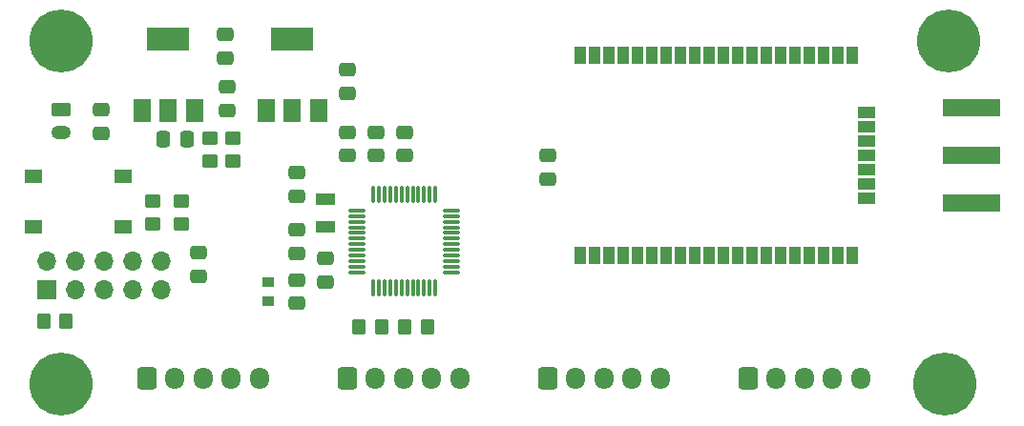
<source format=gts>
%TF.GenerationSoftware,KiCad,Pcbnew,(6.0.1)*%
%TF.CreationDate,2022-03-10T11:46:57+01:00*%
%TF.ProjectId,ci-poc-board,63692d70-6f63-42d6-926f-6172642e6b69,rev?*%
%TF.SameCoordinates,Original*%
%TF.FileFunction,Soldermask,Top*%
%TF.FilePolarity,Negative*%
%FSLAX46Y46*%
G04 Gerber Fmt 4.6, Leading zero omitted, Abs format (unit mm)*
G04 Created by KiCad (PCBNEW (6.0.1)) date 2022-03-10 11:46:57*
%MOMM*%
%LPD*%
G01*
G04 APERTURE LIST*
G04 Aperture macros list*
%AMRoundRect*
0 Rectangle with rounded corners*
0 $1 Rounding radius*
0 $2 $3 $4 $5 $6 $7 $8 $9 X,Y pos of 4 corners*
0 Add a 4 corners polygon primitive as box body*
4,1,4,$2,$3,$4,$5,$6,$7,$8,$9,$2,$3,0*
0 Add four circle primitives for the rounded corners*
1,1,$1+$1,$2,$3*
1,1,$1+$1,$4,$5*
1,1,$1+$1,$6,$7*
1,1,$1+$1,$8,$9*
0 Add four rect primitives between the rounded corners*
20,1,$1+$1,$2,$3,$4,$5,0*
20,1,$1+$1,$4,$5,$6,$7,0*
20,1,$1+$1,$6,$7,$8,$9,0*
20,1,$1+$1,$8,$9,$2,$3,0*%
G04 Aperture macros list end*
%ADD10RoundRect,0.250000X-0.600000X-0.725000X0.600000X-0.725000X0.600000X0.725000X-0.600000X0.725000X0*%
%ADD11O,1.700000X1.950000*%
%ADD12RoundRect,0.250000X0.337500X0.475000X-0.337500X0.475000X-0.337500X-0.475000X0.337500X-0.475000X0*%
%ADD13R,1.500000X2.000000*%
%ADD14R,3.800000X2.000000*%
%ADD15RoundRect,0.250000X-0.475000X0.337500X-0.475000X-0.337500X0.475000X-0.337500X0.475000X0.337500X0*%
%ADD16R,1.016000X1.524000*%
%ADD17R,1.524000X1.016000*%
%ADD18RoundRect,0.250000X-0.450000X0.350000X-0.450000X-0.350000X0.450000X-0.350000X0.450000X0.350000X0*%
%ADD19RoundRect,0.250000X0.475000X-0.337500X0.475000X0.337500X-0.475000X0.337500X-0.475000X-0.337500X0*%
%ADD20R,5.080000X1.500000*%
%ADD21RoundRect,0.250000X0.450000X-0.350000X0.450000X0.350000X-0.450000X0.350000X-0.450000X-0.350000X0*%
%ADD22RoundRect,0.250000X-0.350000X-0.450000X0.350000X-0.450000X0.350000X0.450000X-0.350000X0.450000X0*%
%ADD23C,5.600000*%
%ADD24R,1.000000X0.900000*%
%ADD25R,1.550000X1.300000*%
%ADD26RoundRect,0.075000X-0.662500X-0.075000X0.662500X-0.075000X0.662500X0.075000X-0.662500X0.075000X0*%
%ADD27RoundRect,0.075000X-0.075000X-0.662500X0.075000X-0.662500X0.075000X0.662500X-0.075000X0.662500X0*%
%ADD28RoundRect,0.250000X0.350000X0.450000X-0.350000X0.450000X-0.350000X-0.450000X0.350000X-0.450000X0*%
%ADD29R,1.700000X1.700000*%
%ADD30O,1.700000X1.700000*%
%ADD31RoundRect,0.250000X-0.625000X0.350000X-0.625000X-0.350000X0.625000X-0.350000X0.625000X0.350000X0*%
%ADD32O,1.750000X1.200000*%
%ADD33R,1.800000X1.000000*%
G04 APERTURE END LIST*
D10*
X88900000Y-83312000D03*
D11*
X91400000Y-83312000D03*
X93900000Y-83312000D03*
X96400000Y-83312000D03*
X98900000Y-83312000D03*
D12*
X74697500Y-61997500D03*
X72622500Y-61997500D03*
D13*
X70740000Y-59457500D03*
X73040000Y-59457500D03*
D14*
X73040000Y-53157500D03*
D13*
X75340000Y-59457500D03*
D15*
X91440000Y-61425000D03*
X91440000Y-63500000D03*
D10*
X71120000Y-83312000D03*
D11*
X73620000Y-83312000D03*
X76120000Y-83312000D03*
X78620000Y-83312000D03*
X81120000Y-83312000D03*
D16*
X109572500Y-72390000D03*
X110842500Y-72390000D03*
X112112500Y-72390000D03*
X113382500Y-72390000D03*
X114652500Y-72390000D03*
X115922500Y-72390000D03*
X117192500Y-72390000D03*
X118462500Y-72390000D03*
X119732500Y-72390000D03*
X121002500Y-72390000D03*
X122272500Y-72390000D03*
X123542500Y-72390000D03*
X124812500Y-72390000D03*
X126082500Y-72390000D03*
X127352500Y-72390000D03*
X128622500Y-72390000D03*
X129892500Y-72390000D03*
X131162500Y-72390000D03*
X132432500Y-72390000D03*
X133702500Y-72390000D03*
D17*
X134972500Y-67310000D03*
X134972500Y-66040000D03*
X134972500Y-64770000D03*
X134972500Y-63500000D03*
X134972500Y-62230000D03*
X134972500Y-60960000D03*
X134972500Y-59690000D03*
D16*
X133702500Y-54610000D03*
X132432500Y-54610000D03*
X131162500Y-54610000D03*
X129892500Y-54610000D03*
X128622500Y-54610000D03*
X127352500Y-54610000D03*
X126082500Y-54610000D03*
X124812500Y-54610000D03*
X123542500Y-54610000D03*
X122272500Y-54610000D03*
X121002500Y-54610000D03*
X119732500Y-54610000D03*
X118462500Y-54610000D03*
X117192500Y-54610000D03*
X115922500Y-54610000D03*
X114652500Y-54610000D03*
X113382500Y-54610000D03*
X112112500Y-54610000D03*
X110842500Y-54610000D03*
X109572500Y-54610000D03*
D18*
X71628000Y-67580000D03*
X71628000Y-69580000D03*
D19*
X86995000Y-74719000D03*
X86995000Y-72644000D03*
D15*
X88900000Y-55880000D03*
X88900000Y-57955000D03*
D13*
X81760000Y-59457500D03*
D14*
X84060000Y-53157500D03*
D13*
X84060000Y-59457500D03*
X86360000Y-59457500D03*
D20*
X144272000Y-63500000D03*
X144272000Y-59250000D03*
X144272000Y-67750000D03*
D21*
X76708000Y-63992000D03*
X76708000Y-61992000D03*
D22*
X94012000Y-78740000D03*
X96012000Y-78740000D03*
D23*
X63500000Y-83820000D03*
D18*
X78740000Y-61992000D03*
X78740000Y-63992000D03*
D15*
X84455000Y-70082500D03*
X84455000Y-72157500D03*
D23*
X142240000Y-53340000D03*
D19*
X78120000Y-54805000D03*
X78120000Y-52730000D03*
D23*
X63500000Y-53340000D03*
D10*
X106680000Y-83312000D03*
D11*
X109180000Y-83312000D03*
X111680000Y-83312000D03*
X114180000Y-83312000D03*
X116680000Y-83312000D03*
D24*
X81915000Y-76415000D03*
X81915000Y-74715000D03*
D15*
X106680000Y-63500000D03*
X106680000Y-65575000D03*
X78232000Y-57404000D03*
X78232000Y-59479000D03*
D25*
X68999000Y-69814000D03*
X61049000Y-69814000D03*
X61049000Y-65314000D03*
X68999000Y-65314000D03*
D26*
X89817500Y-68370000D03*
X89817500Y-68870000D03*
X89817500Y-69370000D03*
X89817500Y-69870000D03*
X89817500Y-70370000D03*
X89817500Y-70870000D03*
X89817500Y-71370000D03*
X89817500Y-71870000D03*
X89817500Y-72370000D03*
X89817500Y-72870000D03*
X89817500Y-73370000D03*
X89817500Y-73870000D03*
D27*
X91230000Y-75282500D03*
X91730000Y-75282500D03*
X92230000Y-75282500D03*
X92730000Y-75282500D03*
X93230000Y-75282500D03*
X93730000Y-75282500D03*
X94230000Y-75282500D03*
X94730000Y-75282500D03*
X95230000Y-75282500D03*
X95730000Y-75282500D03*
X96230000Y-75282500D03*
X96730000Y-75282500D03*
D26*
X98142500Y-73870000D03*
X98142500Y-73370000D03*
X98142500Y-72870000D03*
X98142500Y-72370000D03*
X98142500Y-71870000D03*
X98142500Y-71370000D03*
X98142500Y-70870000D03*
X98142500Y-70370000D03*
X98142500Y-69870000D03*
X98142500Y-69370000D03*
X98142500Y-68870000D03*
X98142500Y-68370000D03*
D27*
X96730000Y-66957500D03*
X96230000Y-66957500D03*
X95730000Y-66957500D03*
X95230000Y-66957500D03*
X94730000Y-66957500D03*
X94230000Y-66957500D03*
X93730000Y-66957500D03*
X93230000Y-66957500D03*
X92730000Y-66957500D03*
X92230000Y-66957500D03*
X91730000Y-66957500D03*
X91230000Y-66957500D03*
D19*
X93980000Y-63500000D03*
X93980000Y-61425000D03*
D28*
X63992000Y-78232000D03*
X61992000Y-78232000D03*
D23*
X141957500Y-83820000D03*
D29*
X62225000Y-75443000D03*
D30*
X62225000Y-72903000D03*
X64765000Y-75443000D03*
X64765000Y-72903000D03*
X67305000Y-75443000D03*
X67305000Y-72903000D03*
X69845000Y-75443000D03*
X69845000Y-72903000D03*
X72385000Y-75443000D03*
X72385000Y-72903000D03*
D31*
X63500000Y-59452000D03*
D32*
X63500000Y-61452000D03*
D33*
X86995000Y-69830000D03*
X86995000Y-67330000D03*
D19*
X84455000Y-67077500D03*
X84455000Y-65002500D03*
D10*
X124460000Y-83312000D03*
D11*
X126960000Y-83312000D03*
X129460000Y-83312000D03*
X131960000Y-83312000D03*
X134460000Y-83312000D03*
D22*
X89948000Y-78740000D03*
X91948000Y-78740000D03*
D19*
X67056000Y-61489500D03*
X67056000Y-59414500D03*
X84455000Y-76602500D03*
X84455000Y-74527500D03*
X88900000Y-63500000D03*
X88900000Y-61425000D03*
X75692000Y-74189500D03*
X75692000Y-72114500D03*
D18*
X74168000Y-67580000D03*
X74168000Y-69580000D03*
M02*

</source>
